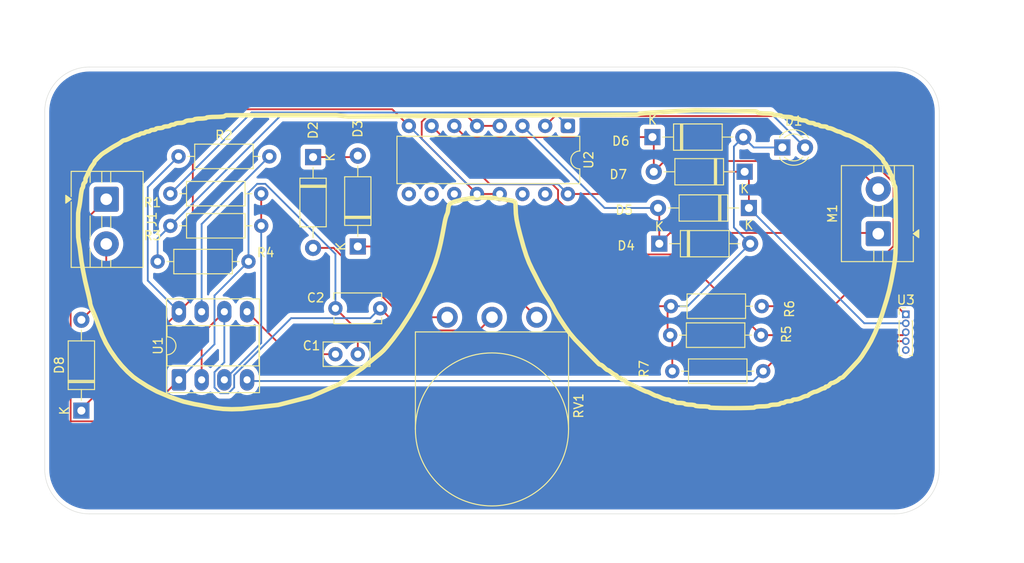
<source format=kicad_pcb>
(kicad_pcb (version 20241229) (generator "pcbnew") (generator_version "9.0")
  (layers (0 "F.Cu" signal) (2 "B.Cu" signal) (13 "F.Paste" user) (15 "B.Paste" user) (5 "F.SilkS" user "F.Silkscreen") (7 "B.SilkS" user "B.Silkscreen") (1 "F.Mask" user) (3 "B.Mask" user) (25 "Edge.Cuts" user))
  (net 0 "")
  (net 1 "Net-(U1-CV)")
  (net 2 "GND")
  (net 3 "Net-(U1-THR)")
  (net 4 "Net-(D1-A)")
  (net 5 "Net-(D2-A)")
  (net 6 "Net-(D2-K)")
  (net 7 "Net-(D3-K)")
  (net 8 "Net-(D4-K)")
  (net 9 "Net-(D6-K)")
  (net 10 "Net-(U1-Q)")
  (net 11 "Net-(U2-EN1,2)")
  (net 12 "Net-(U2-2A)")
  (net 13 "Net-(U2-1A)")
  (net 14 "Net-(U1-R)")
  (net 20 "+9V")
  (net 21 "VCC")
  (footprint "Capacitor_THT:C_Disc_D5.1mm_W3.2mm_P5.00mm" (layer "F.Cu") (at 67.5 72 180)
    (property "Reference" "C2" (at 7.21118 1.183229 0) (layer "F.SilkS"))
    (property "Value" "470p")
    (pad "1" thru_hole circle (at 0 0 180) (size 1.6 1.6) (drill 0.8) (layers "*.Cu" "*.Mask") (net 3 "Net-(U1-THR)"))
    (pad "2" thru_hole circle (at 5 0 180) (size 1.6 1.6) (drill 0.8) (layers "*.Cu" "*.Mask") (net 2 "GND"))
  )
  (footprint "Diode_THT:D_A-405_P10.16mm_Horizontal" (layer "F.Cu") (at 97.940739 52.838081)
    (property "Reference" "D6" (at -3.537034 0.450654 0) (layer "F.SilkS"))
    (property "Value" "4007")
    (fp_text user "K" (at 0 -1.9 0) (layer "F.SilkS"))
    (pad "1" thru_hole rect (at 0 0) (size 1.8 1.8) (drill 0.9) (layers "*.Cu" "*.Mask") (net 9 "Net-(D6-K)"))
    (pad "2" thru_hole oval (at 10.16 0) (size 1.8 1.8) (drill 0.9) (layers "*.Cu" "*.Mask") (net 2 "GND"))
  )
  (footprint "Package_DIP:DIP-8_W7.62mm_Socket_LongPads" (layer "F.Cu") (at 45 80 90)
    (property "Reference" "U1" (at 3.81 -2.33 90) (layer "F.SilkS"))
    (property "Value" "555")
    (pad "1" thru_hole roundrect (at 0 0 90) (size 2.4 1.6) (drill 0.8) (layers "*.Cu" "*.Mask") (roundrect_rratio 0.15625) (net 2 "GND"))
    (pad "2" thru_hole oval (at 0 2.54 90) (size 2.4 1.6) (drill 0.8) (layers "*.Cu" "*.Mask") (net 3 "Net-(U1-THR)"))
    (pad "3" thru_hole oval (at 0 5.08 90) (size 2.4 1.6) (drill 0.8) (layers "*.Cu" "*.Mask") (net 10 "Net-(U1-Q)"))
    (pad "4" thru_hole oval (at 0 7.62 90) (size 2.4 1.6) (drill 0.8) (layers "*.Cu" "*.Mask") (net 14 "Net-(U1-R)"))
    (pad "5" thru_hole oval (at 7.62 7.62 90) (size 2.4 1.6) (drill 0.8) (layers "*.Cu" "*.Mask") (net 1 "Net-(U1-CV)"))
    (pad "6" thru_hole oval (at 7.62 5.08 90) (size 2.4 1.6) (drill 0.8) (layers "*.Cu" "*.Mask") (net 3 "Net-(U1-THR)"))
    (pad "7" thru_hole oval (at 7.62 2.54 90) (size 2.4 1.6) (drill 0.8) (layers "*.Cu" "*.Mask") (net 6 "Net-(D2-K)"))
    (pad "8" thru_hole oval (at 7.62 0 90) (size 2.4 1.6) (drill 0.8) (layers "*.Cu" "*.Mask") (net 21 "VCC"))
  )
  (footprint "Diode_THT:D_A-405_P10.16mm_Horizontal" (layer "F.Cu") (at 108.247652 56.718072 180)
    (property "Reference" "D7" (at 14.12566 -0.299775 0) (layer "F.SilkS"))
    (property "Value" "4007")
    (fp_text user "K" (at 0 -1.9 0) (layer "F.SilkS"))
    (pad "1" thru_hole rect (at 0 0 180) (size 1.8 1.8) (drill 0.9) (layers "*.Cu" "*.Mask") (net 21 "VCC"))
    (pad "2" thru_hole oval (at 10.16 0 180) (size 1.8 1.8) (drill 0.9) (layers "*.Cu" "*.Mask") (net 9 "Net-(D6-K)"))
  )
  (footprint "Resistor_THT:R_Axial_DIN0207_L6.3mm_D2.5mm_P10.16mm_Horizontal" (layer "F.Cu") (at 99.92 75)
    (property "Reference" "R5" (at 13.001044 -0.096371 90) (layer "F.SilkS"))
    (property "Value" "470k")
    (pad "1" thru_hole circle (at 0 0) (size 1.6 1.6) (drill 0.8) (layers "*.Cu" "*.Mask") (net 2 "GND"))
    (pad "2" thru_hole oval (at 10.16 0) (size 1.6 1.6) (drill 0.8) (layers "*.Cu" "*.Mask") (net 12 "Net-(U2-2A)"))
  )
  (footprint "LED_THT:LED_D3.0mm_Clear" (layer "F.Cu") (at 112.46 54)
    (property "Reference" "D1" (at 1.27 -2.96 0) (layer "F.SilkS"))
    (property "Value" "LED")
    (pad "1" thru_hole rect (at 0 0) (size 1.8 1.8) (drill 0.9) (layers "*.Cu" "*.Mask") (net 2 "GND"))
    (pad "2" thru_hole circle (at 2.54 0) (size 1.8 1.8) (drill 0.9) (layers "*.Cu" "*.Mask") (net 4 "Net-(D1-A)"))
  )
  (footprint "Capacitor_THT:C_Disc_D5.0mm_W2.5mm_P2.50mm" (layer "F.Cu") (at 62.5 77.133326)
    (property "Reference" "C1" (at -2.673728 -0.951223 0) (layer "F.SilkS"))
    (property "Value" "100n")
    (pad "1" thru_hole circle (at 0 0) (size 1.6 1.6) (drill 0.8) (layers "*.Cu" "*.Mask") (net 1 "Net-(U1-CV)"))
    (pad "2" thru_hole circle (at 2.5 0) (size 1.6 1.6) (drill 0.8) (layers "*.Cu" "*.Mask") (net 2 "GND"))
  )
  (footprint "TerminalBlock:TerminalBlock_MaiXu_MX126-5.0-02P_1x02_P5.00mm" (layer "F.Cu") (at 123.185667 63.652775 90)
    (property "Reference" "M1" (at 2.25 -5.12 90) (layer "F.SilkS"))
    (property "Value" "Motorreductor")
    (pad "1" thru_hole roundrect (at 0 0 90) (size 2.8 2.8) (drill 1.3) (layers "*.Cu" "*.Mask") (roundrect_rratio 0.089286) (net 8 "Net-(D4-K)"))
    (pad "2" thru_hole circle (at 5 0 90) (size 2.8 2.8) (drill 1.3) (layers "*.Cu" "*.Mask") (net 9 "Net-(D6-K)"))
  )
  (footprint "Connector_PinHeader_1.00mm:PinHeader_1x05_P1.00mm_Vertical" (layer "F.Cu") (at 126.263446 72.673984)
    (property "Reference" "U3" (at 0 -1.61 0) (layer "F.SilkS"))
    (property "Value" "mst303")
    (pad "1" thru_hole rect (at 0 0) (size 0.85 0.85) (drill 0.5) (layers "*.Cu" "*.Mask") (net 13 "Net-(U2-1A)"))
    (pad "2" thru_hole circle (at 0 1) (size 0.85 0.85) (drill 0.5) (layers "*.Cu" "*.Mask") (net 21 "VCC"))
    (pad "3" thru_hole circle (at 0 2) (size 0.85 0.85) (drill 0.5) (layers "*.Cu" "*.Mask") (net 12 "Net-(U2-2A)"))
    (pad "4" thru_hole circle (at 0 3) (size 0.85 0.85) (drill 0.5) (layers "*.Cu" "*.Mask") (net 14 "Net-(U1-R)"))
    (pad "5" thru_hole circle (at 0 4) (size 0.85 0.85) (drill 0.5) (layers "*.Cu" "*.Mask") (net 21 "VCC"))
  )
  (footprint "Resistor_THT:R_Axial_DIN0207_L6.3mm_D2.5mm_P10.16mm_Horizontal" (layer "F.Cu") (at 42.619919 66.767498)
    (property "Reference" "R4" (at 12.08 -1 0) (layer "F.SilkS"))
    (property "Value" "100k")
    (pad "1" thru_hole circle (at 0 0) (size 1.6 1.6) (drill 0.8) (layers "*.Cu" "*.Mask") (net 11 "Net-(U2-EN1,2)"))
    (pad "2" thru_hole oval (at 10.16 0) (size 1.6 1.6) (drill 0.8) (layers "*.Cu" "*.Mask") (net 2 "GND"))
  )
  (footprint "Resistor_THT:R_Axial_DIN0207_L6.3mm_D2.5mm_P10.16mm_Horizontal" (layer "F.Cu") (at 44.956377 55)
    (property "Reference" "R2" (at 5.08 -2.37 0) (layer "F.SilkS"))
    (property "Value" "10k")
    (pad "1" thru_hole circle (at 0 0) (size 1.6 1.6) (drill 0.8) (layers "*.Cu" "*.Mask") (net 21 "VCC"))
    (pad "2" thru_hole oval (at 10.16 0) (size 1.6 1.6) (drill 0.8) (layers "*.Cu" "*.Mask") (net 6 "Net-(D2-K)"))
  )
  (footprint "Diode_THT:D_A-405_P10.16mm_Horizontal" (layer "F.Cu") (at 60 55.08 -90)
    (property "Reference" "D2" (at -3 0 90) (layer "F.SilkS"))
    (property "Value" "4007" (hide yes))
    (fp_text user "K" (at 0 -1.9 90) (layer "F.SilkS"))
    (pad "1" thru_hole rect (at 0 0 270) (size 1.8 1.8) (drill 0.9) (layers "*.Cu" "*.Mask") (net 6 "Net-(D2-K)"))
    (pad "2" thru_hole oval (at 10.16 0 270) (size 1.8 1.8) (drill 0.9) (layers "*.Cu" "*.Mask") (net 5 "Net-(D2-A)"))
  )
  (footprint "Package_DIP:DIP-16_W7.62mm" (layer "F.Cu") (at 88.487679 51.58666 -90)
    (property "Reference" "U2" (at 3.81 -2.33 90) (layer "F.SilkS"))
    (property "Value" "L293D")
    (pad "1" thru_hole roundrect (at 0 0 270) (size 1.6 1.6) (drill 0.8) (layers "*.Cu" "*.Mask") (roundrect_rratio 0.15625) (net 11 "Net-(U2-EN1,2)"))
    (pad "2" thru_hole circle (at 0 2.54 270) (size 1.6 1.6) (drill 0.8) (layers "*.Cu" "*.Mask") (net 13 "Net-(U2-1A)"))
    (pad "3" thru_hole circle (at 0 5.08 270) (size 1.6 1.6) (drill 0.8) (layers "*.Cu" "*.Mask") (net 8 "Net-(D4-K)"))
    (pad "4" thru_hole circle (at 0 7.62 270) (size 1.6 1.6) (drill 0.8) (layers "*.Cu" "*.Mask") (net 2 "GND"))
    (pad "5" thru_hole circle (at 0 10.16 270) (size 1.6 1.6) (drill 0.8) (layers "*.Cu" "*.Mask") (net 2 "GND"))
    (pad "6" thru_hole circle (at 0 12.7 270) (size 1.6 1.6) (drill 0.8) (layers "*.Cu" "*.Mask") (net 9 "Net-(D6-K)"))
    (pad "7" thru_hole circle (at 0 15.24 270) (size 1.6 1.6) (drill 0.8) (layers "*.Cu" "*.Mask") (net 12 "Net-(U2-2A)"))
    (pad "8" thru_hole circle (at 0 17.78 270) (size 1.6 1.6) (drill 0.8) (layers "*.Cu" "*.Mask") (net 21 "VCC"))
    (pad "9" thru_hole circle (at 7.62 17.78 270) (size 1.6 1.6) (drill 0.8) (layers "*.Cu" "*.Mask"))
    (pad "10" thru_hole circle (at 7.62 15.24 270) (size 1.6 1.6) (drill 0.8) (layers "*.Cu" "*.Mask"))
    (pad "11" thru_hole circle (at 7.62 12.7 270) (size 1.6 1.6) (drill 0.8) (layers "*.Cu" "*.Mask"))
    (pad "12" thru_hole circle (at 7.62 10.16 270) (size 1.6 1.6) (drill 0.8) (layers "*.Cu" "*.Mask") (net 2 "GND"))
    (pad "13" thru_hole circle (at 7.62 7.62 270) (size 1.6 1.6) (drill 0.8) (layers "*.Cu" "*.Mask") (net 2 "GND"))
    (pad "14" thru_hole circle (at 7.62 5.08 270) (size 1.6 1.6) (drill 0.8) (layers "*.Cu" "*.Mask"))
    (pad "15" thru_hole circle (at 7.62 2.54 270) (size 1.6 1.6) (drill 0.8) (layers "*.Cu" "*.Mask"))
    (pad "16" thru_hole circle (at 7.62 0 270) (size 1.6 1.6) (drill 0.8) (layers "*.Cu" "*.Mask") (net 21 "VCC"))
  )
  (footprint "Diode_THT:D_A-405_P10.16mm_Horizontal" (layer "F.Cu") (at 34.098243 83.445141 90)
    (property "Reference" "D8" (at 5.08 -2.47 90) (layer "F.SilkS"))
    (property "Value" "4007")
    (fp_text user "K" (at 0 -1.9 90) (layer "F.SilkS"))
    (pad "1" thru_hole rect (at 0 0 90) (size 1.8 1.8) (drill 0.9) (layers "*.Cu" "*.Mask") (net 21 "VCC"))
    (pad "2" thru_hole oval (at 10.16 0 90) (size 1.8 1.8) (drill 0.9) (layers "*.Cu" "*.Mask") (net 20 "+9V"))
  )
  (footprint "Diode_THT:D_A-405_P10.16mm_Horizontal" (layer "F.Cu") (at 98.704686 64.767418)
    (property "Reference" "D4" (at -3.704686 0.232582 0) (layer "F.SilkS"))
    (property "Value" "4007")
    (fp_text user "K" (at 0 -1.9 0) (layer "F.SilkS"))
    (pad "1" thru_hole rect (at 0 0) (size 1.8 1.8) (drill 0.9) (layers "*.Cu" "*.Mask") (net 8 "Net-(D4-K)"))
    (pad "2" thru_hole oval (at 10.16 0) (size 1.8 1.8) (drill 0.9) (layers "*.Cu" "*.Mask") (net 2 "GND"))
  )
  (footprint "Resistor_THT:R_Axial_DIN0207_L6.3mm_D2.5mm_P10.16mm_Horizontal" (layer "F.Cu") (at 100 71.760568)
    (property "Reference" "R6" (at 13.265488 0.30507 90) (layer "F.SilkS"))
    (property "Value" "470k")
    (pad "1" thru_hole circle (at 0 0) (size 1.6 1.6) (drill 0.8) (layers "*.Cu" "*.Mask") (net 2 "GND"))
    (pad "2" thru_hole oval (at 10.16 0) (size 1.6 1.6) (drill 0.8) (layers "*.Cu" "*.Mask") (net 13 "Net-(U2-1A)"))
  )
  (footprint "Resistor_THT:R_Axial_DIN0207_L6.3mm_D2.5mm_P10.16mm_Horizontal" (layer "F.Cu") (at 54.203208 59.171328 180)
    (property "Reference" "R1" (at 12.16 -1 0) (layer "F.SilkS"))
    (property "Value" "1k")
    (pad "1" thru_hole circle (at 0 0 180) (size 1.6 1.6) (drill 0.8) (layers "*.Cu" "*.Mask") (net 10 "Net-(U1-Q)"))
    (pad "2" thru_hole oval (at 10.16 0 180) (size 1.6 1.6) (drill 0.8) (layers "*.Cu" "*.Mask") (net 4 "Net-(D1-A)"))
  )
  (footprint "Resistor_THT:R_Axial_DIN0207_L6.3mm_D2.5mm_P10.16mm_Horizontal" (layer "F.Cu") (at 100.160018 79.032762)
    (property "Reference" "R7" (at -3.156105 -0.251262 90) (layer "F.SilkS"))
    (property "Value" "100k")
    (pad "1" thru_hole circle (at 0 0) (size 1.6 1.6) (drill 0.8) (layers "*.Cu" "*.Mask") (net 2 "GND"))
    (pad "2" thru_hole oval (at 10.16 0) (size 1.6 1.6) (drill 0.8) (layers "*.Cu" "*.Mask") (net 14 "Net-(U1-R)"))
  )
  (footprint "Diode_THT:D_A-405_P10.16mm_Horizontal" (layer "F.Cu") (at 108.724153 60.771384 180)
    (property "Reference" "D5" (at 13.944686 -0.232582 0) (layer "F.SilkS"))
    (property "Value" "4007")
    (fp_text user "K" (at 0 -1.9 0) (layer "F.SilkS"))
    (pad "1" thru_hole rect (at 0 0 180) (size 1.8 1.8) (drill 0.9) (layers "*.Cu" "*.Mask") (net 21 "VCC"))
    (pad "2" thru_hole oval (at 10.16 0 180) (size 1.8 1.8) (drill 0.9) (layers "*.Cu" "*.Mask") (net 8 "Net-(D4-K)"))
  )
  (footprint "TerminalBlock:TerminalBlock_MaiXu_MX126-5.0-02P_1x02_P5.00mm" (layer "F.Cu") (at 36.879044 59.794835 -90)
    (property "Reference" "J1" (at 2.25 -5.12 90) (layer "F.SilkS"))
    (property "Value" "Batería 9v")
    (pad "1" thru_hole roundrect (at 0 0 270) (size 2.8 2.8) (drill 1.3) (layers "*.Cu" "*.Mask") (roundrect_rratio 0.089286) (net 2 "GND"))
    (pad "2" thru_hole circle (at 5 0 270) (size 2.8 2.8) (drill 1.3) (layers "*.Cu" "*.Mask") (net 20 "+9V"))
  )
  (footprint "Resistor_THT:R_Axial_DIN0207_L6.3mm_D2.5mm_P10.16mm_Horizontal" (layer "F.Cu") (at 54.203208 62.767498 180)
    (property "Reference" "R3" (at 12.16 -1.1 0) (layer "F.SilkS"))
    (property "Value" "1k")
    (pad "1" thru_hole circle (at 0 0 180) (size 1.6 1.6) (drill 0.8) (layers "*.Cu" "*.Mask") (net 10 "Net-(U1-Q)"))
    (pad "2" thru_hole oval (at 10.16 0 180) (size 1.6 1.6) (drill 0.8) (layers "*.Cu" "*.Mask") (net 11 "Net-(U2-EN1,2)"))
  )
  (footprint "Potentiometer_THT:Potentiometer_Omeg_PC16BU_Vertical" (layer "F.Cu") (at 75 73 -90)
    (property "Reference" "RV1" (at 9.915 -14.7 270) (layer "F.SilkS"))
    (property "Value" "500k")
    (pad "1" thru_hole circle (at 0 0 270) (size 2.34 2.34) (drill 1.3) (layers "*.Cu" "*.Mask") (net 5 "Net-(D2-A)"))
    (pad "2" thru_hole circle (at 0 -5 270) (size 2.34 2.34) (drill 1.3) (layers "*.Cu" "*.Mask") (net 3 "Net-(U1-THR)"))
    (pad "3" thru_hole circle (at 0 -10 270) (size 2.34 2.34) (drill 1.3) (layers "*.Cu" "*.Mask") (net 7 "Net-(D3-K)"))
  )
  (footprint "Diode_THT:D_A-405_P10.16mm_Horizontal" (layer "F.Cu") (at 65 65.08 90)
    (property "Reference" "D3" (at 13.16 0 90) (layer "F.SilkS"))
    (property "Value" "4007")
    (fp_text user "K" (at 0 -1.9 90) (layer "F.SilkS"))
    (pad "1" thru_hole rect (at 0 0 90) (size 1.8 1.8) (drill 0.9) (layers "*.Cu" "*.Mask") (net 7 "Net-(D3-K)"))
    (pad "2" thru_hole oval (at 10.16 0 90) (size 1.8 1.8) (drill 0.9) (layers "*.Cu" "*.Mask") (net 6 "Net-(D2-K)"))
  )
  (gr_poly (pts (xy 106.00135 49.880467) (xy 109.519205 49.962749) (xy 109.778522 50.1116) (xy 109.828057 50.143986) (xy 110.037958 50.169173) (xy 110.29536 50.187165) (xy 110.591023 50.19316) (xy 110.887408 50.20012) (xy 111.146849 50.221588) (xy 111.356272 50.251694) (xy 111.412883 50.289836) (xy 111.460981 50.327381) (xy 111.579605 50.358084) (xy 111.729776 50.379435) (xy 111.896378 50.386511) (xy 112.06298 50.39359) (xy 112.213151 50.414939) (xy 112.33178 50.445644) (xy 112.379878 50.483187) (xy 112.431094 50.520968) (xy 112.574899 50.551554) (xy 112.756261 50.572905) (xy 112.959926 50.579862) (xy 113.16371 50.586941) (xy 113.345067 50.608287) (xy 113.488878 50.638756) (xy 113.540094 50.676535) (xy 113.586396 50.714081) (xy 113.692667 50.744905) (xy 113.827124 50.766256) (xy 113.975257 50.773333) (xy 114.123389 50.780412) (xy 114.257841 50.801639) (xy 114.364117 50.832466) (xy 114.410415 50.870008) (xy 114.454196 50.90731) (xy 114.546786 50.938256) (xy 114.663739 50.959608) (xy 114.790995 50.966684) (xy 114.922698 50.977361) (xy 115.052958 51.009264) (xy 115.163431 51.056042) (xy 115.232275 51.111699) (xy 115.30112 51.16735) (xy 115.411474 51.21413) (xy 115.541853 51.246034) (xy 115.67355 51.256708) (xy 115.800692 51.263904) (xy 115.917634 51.285136) (xy 116.010354 51.316079) (xy 116.05413 51.353384) (xy 116.093118 51.390566) (xy 116.164002 51.421754) (xy 116.251684 51.442983) (xy 116.34416 51.450179) (xy 116.436755 51.457255) (xy 116.524437 51.478484) (xy 116.595326 51.509672) (xy 116.634308 51.546854) (xy 116.68072 51.584278) (xy 116.788433 51.615102) (xy 116.924815 51.636453) (xy 117.075101 51.64353) (xy 117.221194 51.650489) (xy 117.344253 51.671957) (xy 117.432055 51.702782) (xy 117.456169 51.740205) (xy 117.473673 51.777266) (xy 117.526331 51.808453) (xy 117.60358 51.829804) (xy 117.694972 51.836881) (xy 117.810477 51.850193) (xy 117.964726 51.893733) (xy 118.128698 51.956225) (xy 118.278029 52.030229) (xy 118.420035 52.104358) (xy 118.562051 52.166847) (xy 118.686427 52.211827) (xy 118.761518 52.223702) (xy 118.836599 52.235575) (xy 118.960986 52.280436) (xy 119.103002 52.343047) (xy 119.245018 52.417051) (xy 119.385104 52.491058) (xy 119.521486 52.553669) (xy 119.638911 52.599367) (xy 119.702723 52.610402) (xy 119.928691 52.66222) (xy 120.759195 53.07123) (xy 121.5591 53.483598) (xy 121.838815 53.682705) (xy 121.922176 53.753352) (xy 122.008421 53.813203) (xy 122.086261 53.855784) (xy 122.137716 53.867421) (xy 122.295202 53.931471) (xy 122.990517 54.617554) (xy 123.677085 55.312509) (xy 123.741136 55.469757) (xy 123.753847 55.523011) (xy 123.797986 55.597617) (xy 123.860595 55.677979) (xy 123.934596 55.752946) (xy 124.008608 55.833072) (xy 124.071092 55.928904) (xy 124.114163 56.025458) (xy 124.127953 56.106302) (xy 124.135029 56.17455) (xy 124.156373 56.232362) (xy 124.187687 56.271106) (xy 124.224626 56.284782) (xy 124.261575 56.299412) (xy 124.292879 56.341513) (xy 124.314233 56.404124) (xy 124.321299 56.47813) (xy 124.3285 56.552137) (xy 124.349729 56.614748) (xy 124.381044 56.656846) (xy 124.417982 56.671482) (xy 124.45492 56.686117) (xy 124.486349 56.728334) (xy 124.507579 56.790945) (xy 124.514655 56.864952) (xy 124.521846 56.938956) (xy 124.543075 57.001451) (xy 124.574504 57.043668) (xy 124.611452 57.058303) (xy 124.648515 57.078212) (xy 124.679695 57.141783) (xy 124.701049 57.23366) (xy 124.708125 57.34269) (xy 124.715202 57.455918) (xy 124.736556 57.560988) (xy 124.767497 57.644829) (xy 124.804798 57.68681) (xy 124.841976 57.724952) (xy 124.873052 57.792601) (xy 124.894281 57.875961) (xy 124.901482 57.963283) (xy 124.910229 58.054921) (xy 124.936376 58.151236) (xy 124.974757 58.237595) (xy 125.020339 58.298886) (xy 125.084026 58.442822) (xy 125.114013 59.231816) (xy 125.134889 60.380525) (xy 125.141239 62.306711) (xy 125.136332 64.649466) (xy 125.109935 65.784738) (xy 125.048292 66.580451) (xy 124.928573 67.40435) (xy 124.636158 68.981379) (xy 124.413904 69.984715) (xy 124.129395 71.01216) (xy 123.598757 72.722448) (xy 123.256921 73.693878) (xy 122.82859 74.720477) (xy 122.374247 75.67032) (xy 121.956116 76.396701) (xy 121.787361 76.659737) (xy 121.615358 76.930093) (xy 121.463153 77.171428) (xy 121.364913 77.329989) (xy 121.023066 77.788176) (xy 120.163427 78.720146) (xy 119.224142 79.708131) (xy 119.053343 79.780934) (xy 118.997686 79.791134) (xy 118.931477 79.82304) (xy 118.865994 79.869218) (xy 118.811541 79.924029) (xy 118.667481 80.052972) (xy 118.415594 80.202775) (xy 118.155323 80.327997) (xy 117.994474 80.361102) (xy 117.943144 80.374305) (xy 117.876686 80.417957) (xy 117.807603 80.480446) (xy 117.746312 80.554453) (xy 117.680217 80.62846) (xy 117.59722 80.691074) (xy 117.51086 80.733895) (xy 117.434815 80.747929) (xy 117.368969 80.755) (xy 117.313312 80.776229) (xy 117.276011 80.807658) (xy 117.262812 80.844602) (xy 117.251897 80.881426) (xy 117.22107 80.912855) (xy 117.175021 80.934084) (xy 117.120682 80.94128) (xy 117.044388 80.953155) (xy 116.919181 80.998135) (xy 116.776563 81.060624) (xy 116.634308 81.134631) (xy 116.493133 81.208638) (xy 116.353752 81.271246) (xy 116.232732 81.316465) (xy 116.162803 81.328096) (xy 116.002199 81.359401) (xy 115.734 81.480307) (xy 115.47624 81.620284) (xy 115.373451 81.72092) (xy 115.338904 81.755701) (xy 115.279771 81.784842) (xy 115.207565 81.804758) (xy 115.132842 81.811477) (xy 115.038805 81.824187) (xy 114.901225 81.868332) (xy 114.749139 81.930821) (xy 114.603766 82.004828) (xy 114.447473 82.078949) (xy 114.262044 82.141443) (xy 114.077325 82.184384) (xy 113.923916 82.198293) (xy 113.795462 82.20525) (xy 113.687033 82.226723) (xy 113.610863 82.257664) (xy 113.588435 82.294971) (xy 113.564446 82.332392) (xy 113.47653 82.363219) (xy 113.353466 82.384692) (xy 113.207372 82.391644) (xy 113.057081 82.398726) (xy 112.9207 82.420074) (xy 112.813116 82.450901) (xy 112.766575 82.488322) (xy 112.727592 82.525505) (xy 112.656704 82.556684) (xy 112.569032 82.577914) (xy 112.476556 82.584995) (xy 112.38395 82.592191) (xy 112.296273 82.61342) (xy 112.225385 82.64461) (xy 112.186407 82.681793) (xy 112.135192 82.719572) (xy 111.991375 82.750036) (xy 111.810024 82.771389) (xy 111.606359 82.778461) (xy 111.402565 82.785423) (xy 111.221213 82.806771) (xy 111.077397 82.83736) (xy 111.026181 82.875144) (xy 110.969451 82.913281) (xy 110.760027 82.943387) (xy 110.500591 82.964741) (xy 110.204207 82.971812) (xy 109.907941 82.978774) (xy 109.648506 83.000242) (xy 109.439077 83.030353) (xy 109.382341 83.06849) (xy 109.307857 83.112396) (xy 108.672272 83.139498) (xy 107.87356 83.159165) (xy 106.814334 83.165163) (xy 105.737468 83.159409) (xy 104.957236 83.1401) (xy 104.348991 83.113589) (xy 104.306055 83.06849) (xy 104.273195 83.028548) (xy 104.089919 82.999049) (xy 103.844869 82.978416) (xy 103.538166 82.971812) (xy 103.239633 82.964741) (xy 102.978387 82.943387) (xy 102.767407 82.913281) (xy 102.710557 82.875144) (xy 102.659341 82.83736) (xy 102.51552 82.806771) (xy 102.334169 82.785423) (xy 102.130504 82.778461) (xy 101.926714 82.771389) (xy 101.745363 82.750036) (xy 101.601547 82.719572) (xy 101.550331 82.681793) (xy 101.500552 82.644009) (xy 101.369452 82.61342) (xy 101.203696 82.592077) (xy 101.0185 82.584995) (xy 100.833304 82.578038) (xy 100.667538 82.556684) (xy 100.536437 82.525982) (xy 100.486664 82.488322) (xy 100.447681 82.45114) (xy 100.376792 82.420074) (xy 100.289121 82.39884) (xy 100.196645 82.391644) (xy 100.104039 82.384448) (xy 100.016357 82.363219) (xy 99.945479 82.332159) (xy 99.906496 82.294971) (xy 99.86547 82.257664) (xy 99.786067 82.226723) (xy 99.686878 82.205375) (xy 99.580602 82.198293) (xy 99.448905 82.183902) (xy 99.266475 82.135804) (xy 99.069046 82.066959) (xy 98.885282 81.985513) (xy 98.715324 81.905628) (xy 98.559881 81.841339) (xy 98.429377 81.794802) (xy 98.3802 81.793365) (xy 98.331023 81.790725) (xy 98.198725 81.73651) (xy 98.041238 81.662504) (xy 97.869116 81.570987) (xy 97.69328 81.47791) (xy 97.524758 81.399343) (xy 97.380823 81.341289) (xy 97.307895 81.328096) (xy 97.223699 81.310701) (xy 96.939906 81.185961) (xy 96.605141 81.029797) (xy 96.232238 80.844602) (xy 95.860649 80.659287) (xy 95.530319 80.503123) (xy 95.249052 80.376453) (xy 95.176363 80.361102) (xy 95.127186 80.347795) (xy 95.065776 80.304252) (xy 95.003406 80.241757) (xy 94.949306 80.167756) (xy 94.888861 80.093749) (xy 94.807414 80.031141) (xy 94.718539 79.988563) (xy 94.636014 79.974286) (xy 94.562246 79.967209) (xy 94.5 79.945975) (xy 94.458019 79.914556) (xy 94.443389 79.877607) (xy 94.42851 79.840669) (xy 94.385693 79.809364) (xy 94.32212 79.78813) (xy 94.247034 79.780934) (xy 94.167876 79.770377) (xy 94.092307 79.739436) (xy 94.031738 79.693615) (xy 93.99635 79.639645) (xy 93.963007 79.581467) (xy 93.907355 79.523652) (xy 93.839585 79.474838) (xy 93.769417 79.443409) (xy 93.684495 79.406471) (xy 93.565991 79.334622) (xy 93.438128 79.245264) (xy 93.319141 79.149784) (xy 93.205203 79.058393) (xy 93.09281 78.981144) (xy 92.994576 78.924657) (xy 92.938561 78.910857) (xy 92.882909 78.894546) (xy 92.784436 78.825577) (xy 92.671805 78.731783) (xy 92.557981 78.620594) (xy 92.443907 78.50953) (xy 92.331162 78.415726) (xy 92.232211 78.347) (xy 92.176077 78.33057) (xy 91.980448 78.248885) (xy 90.559344 76.80403) (xy 89.274259 75.467734) (xy 88.670341 74.749867) (xy 88.153378 74.029121) (xy 87.624302 73.23305) (xy 87.168631 72.49923) (xy 86.925869 72.032643) (xy 86.818276 71.815546) (xy 86.634885 71.489896) (xy 86.419221 71.12766) (xy 86.199245 70.777907) (xy 85.96895 70.410514) (xy 85.721986 69.994308) (xy 85.495048 69.593453) (xy 85.330485 69.279201) (xy 85.168921 68.956186) (xy 84.950143 68.524629) (xy 84.715408 68.065004) (xy 84.499509 67.646038) (xy 84.145434 66.894584) (xy 83.837657 66.096832) (xy 83.523524 65.107171) (xy 83.141621 63.730092) (xy 82.896452 62.7553) (xy 82.750001 62.029039) (xy 82.672756 61.405925) (xy 82.646967 60.769743) (xy 82.628975 60.2547) (xy 82.53914 60.08042) (xy 82.331875 59.981351) (xy 81.491903 59.817265) (xy 80.227689 59.650181) (xy 78.896907 59.604962) (xy 77.616621 59.680048) (xy 76.507014 59.875557) (xy 75.723659 60.091097) (xy 75.349672 60.271977) (xy 75.168555 60.503465) (xy 75.104981 60.849026) (xy 75.094911 61.012629) (xy 75.064681 61.192907) (xy 75.020546 61.362269) (xy 74.967883 61.490728) (xy 74.908035 61.631183) (xy 74.839906 61.847205) (xy 74.775378 62.091892) (xy 74.724639 62.332018) (xy 74.450324 63.79378) (xy 74.267411 64.688687) (xy 74.098651 65.398876) (xy 73.889347 66.165562) (xy 73.640464 66.950718) (xy 73.356551 67.703967) (xy 72.957737 68.627185) (xy 72.315558 70.01506) (xy 71.646385 71.315139) (xy 70.775109 72.789134) (xy 69.833666 74.229906) (xy 68.948115 75.429831) (xy 68.268751 76.274964) (xy 67.891643 76.701121) (xy 67.520778 77.048966) (xy 66.926929 77.534613) (xy 66.587848 77.806049) (xy 66.201267 78.121743) (xy 65.828002 78.431559) (xy 65.532458 78.682482) (xy 62.900635 80.5) (xy 59.730865 81.886199) (xy 56.088392 82.814569) (xy 52.043865 83.262801) (xy 50.900437 83.291947) (xy 49.931765 83.256679) (xy 49.018749 83.150294) (xy 48.048517 82.963423) (xy 47.818943 82.914842) (xy 47.487536 82.851274) (xy 47.121947 82.785065) (xy 46.774107 82.725813) (xy 45.522609 82.435306) (xy 44.012507 81.920865) (xy 42.550504 81.306867) (xy 41.453672 80.705226) (xy 41.159221 80.516435) (xy 40.872193 80.333517) (xy 40.625779 80.177354) (xy 40.489139 80.092188) (xy 39.895451 79.667343) (xy 39.241765 79.079264) (xy 38.584003 78.385739) (xy 37.97538 77.637771) (xy 37.349306 76.744903) (xy 36.847374 75.891857) (xy 36.417997 74.983519) (xy 36.01135 73.922248) (xy 35.861047 73.505082) (xy 35.686264 73.047252) (xy 35.514276 72.617853) (xy 35.375297 72.295684) (xy 35.26009 72.025686) (xy 35.162778 71.763007) (xy 35.091783 71.537273) (xy 35.07438 71.41397) (xy 35.060862 71.274953) (xy 34.988824 70.92328) (xy 34.894667 70.504552) (xy 34.783131 70.049482) (xy 34.526365 68.966505) (xy 34.30171 67.865412) (xy 34.122705 66.819379) (xy 34.004571 65.905644) (xy 33.962759 65.542692) (xy 33.912142 65.171943) (xy 33.860482 64.843175) (xy 33.817278 64.630032) (xy 33.739434 64.030913) (xy 33.723326 62.693652) (xy 33.73905 61.347275) (xy 33.819137 60.828637) (xy 33.863241 60.641164) (xy 33.916976 60.321268) (xy 33.969835 59.950882) (xy 34.013951 59.575691) (xy 34.057803 59.21814) (xy 34.110003 58.901367) (xy 34.163882 58.640966) (xy 34.205586 58.565284) (xy 34.242157 58.513824) (xy 34.272863 58.436103) (xy 34.293818 58.346984) (xy 34.300846 58.259426) (xy 34.311845 58.169705) (xy 34.344734 58.07435) (xy 34.393059 57.987752) (xy 34.450285 57.924899) (xy 34.503768 57.867928) (xy 34.541455 57.799796) (xy 34.558415 57.73131) (xy 34.55081 57.673378) (xy 34.555956 57.500898) (xy 34.864429 56.84288) (xy 35.184225 56.21905) (xy 35.406986 55.904435) (xy 35.464727 55.833787) (xy 35.513533 55.759303) (xy 35.548016 55.691416) (xy 35.55784 55.644636) (xy 35.606898 55.521816) (xy 35.976937 55.142548) (xy 36.349941 54.787873) (xy 36.59753 54.606639) (xy 36.697887 54.545587) (xy 36.856251 54.444112) (xy 37.035424 54.326928) (xy 37.211957 54.208902) (xy 37.404253 54.083557) (xy 37.631835 53.944185) (xy 37.858014 53.812244) (xy 38.044852 53.710891) (xy 38.21245 53.618895) (xy 38.378549 53.516583) (xy 38.521283 53.418947) (xy 38.607739 53.345299) (xy 38.679969 53.286169) (xy 38.768932 53.236032) (xy 38.86027 53.201726) (xy 38.939157 53.190575) (xy 39.039346 53.174139) (xy 39.225909 53.105411) (xy 39.443189 53.011618) (xy 39.667256 52.900548) (xy 39.891433 52.789481) (xy 40.108964 52.695682) (xy 40.295849 52.626954) (xy 40.396566 52.610402) (xy 40.469036 52.603326) (xy 40.539731 52.581974) (xy 40.598469 52.55079) (xy 40.634188 52.513727) (xy 40.67317 52.476544) (xy 40.744045 52.445479) (xy 40.831713 52.424249) (xy 40.924263 52.417051) (xy 41.016799 52.409855) (xy 41.104478 52.388626) (xy 41.175353 52.35756) (xy 41.214335 52.320378) (xy 41.25333 52.283196) (xy 41.324193 52.252127) (xy 41.411873 52.230776) (xy 41.504409 52.223702) (xy 41.596946 52.216504) (xy 41.684626 52.195275) (xy 41.755513 52.164087) (xy 41.794494 52.127027) (xy 41.836476 52.089723) (xy 41.920197 52.058657) (xy 42.025387 52.037428) (xy 42.138615 52.030229) (xy 42.247525 52.023275) (xy 42.339402 52.001924) (xy 42.402973 51.970739) (xy 42.423004 51.933556) (xy 42.447112 51.89613) (xy 42.534912 51.865306) (xy 42.657975 51.843955) (xy 42.804067 51.836881) (xy 42.954357 51.829804) (xy 43.090734 51.808453) (xy 43.198444 51.777746) (xy 43.244863 51.740205) (xy 43.289002 51.702782) (xy 43.383159 51.671957) (xy 43.502023 51.650606) (xy 43.631683 51.64353) (xy 43.761223 51.636453) (xy 43.880208 51.615102) (xy 43.974365 51.584158) (xy 44.018384 51.546854) (xy 44.057367 51.509672) (xy 44.128254 51.478484) (xy 44.215933 51.457255) (xy 44.30853 51.450179) (xy 44.401007 51.442983) (xy 44.488687 51.421754) (xy 44.559574 51.390566) (xy 44.598555 51.353384) (xy 44.647133 51.315843) (xy 44.768996 51.285136) (xy 44.923126 51.263787) (xy 45.094645 51.256708) (xy 45.280559 51.246636) (xy 45.450161 51.216527) (xy 45.588457 51.170468) (xy 45.676016 51.111699) (xy 45.762257 51.053643) (xy 45.898993 51.007464) (xy 46.064877 50.976876) (xy 46.243594 50.966684) (xy 46.409717 50.959608) (xy 46.559527 50.938256) (xy 46.677671 50.907551) (xy 46.725769 50.870008) (xy 46.779626 50.831986) (xy 46.949226 50.801639) (xy 47.161889 50.78029) (xy 47.402616 50.773333) (xy 47.643346 50.766256) (xy 47.856006 50.744905) (xy 48.025727 50.714561) (xy 48.079463 50.676535) (xy 48.139437 50.637794) (xy 48.399835 50.608051) (xy 48.720806 50.586819) (xy 49.094793 50.579862) (xy 49.468659 50.573027) (xy 49.789631 50.551798) (xy 50.05003 50.522047) (xy 50.110002 50.483187) (xy 50.265451 50.396467) (xy 56.545262 50.38807) (xy 62.583263 50.386395) (xy 63.308567 50.468673) (xy 63.916446 50.535362) (xy 79.984082 50.427294) (xy 96.217006 50.316224) (xy 96.471763 50.242817) (xy 96.560161 50.212952) (xy 97.052179 50.166893) (xy 97.629109 50.121076) (xy 98.292643 50.079816) (xy 99.007869 50.038672) (xy 99.742172 49.993692) (xy 100.396232 49.951115) (xy 100.825149 49.919808) (xy 102.786239 49.843643)) (stroke (width 0.5)) (fill no) (layer "F.SilkS"))
  (gr_arc (start 130 90) (mid 128.535534 93.535534) (end 125 95) (stroke (width 0.05)) (layer "Edge.Cuts"))
  (gr_arc (start 30 50) (mid 31.464466 46.464466) (end 35 45) (stroke (width 0.05)) (layer "Edge.Cuts"))
  (gr_arc (start 125 45) (mid 128.535534 46.464466) (end 130 50) (stroke (width 0.05)) (layer "Edge.Cuts"))
  (gr_line (start 30 90) (end 30 50) (stroke (width 0.05)) (layer "Edge.Cuts"))
  (gr_line (start 130 50) (end 130 90) (stroke (width 0.05)) (layer "Edge.Cuts"))
  (gr_arc (start 35 95) (mid 31.464466 93.535534) (end 30 90) (stroke (width 0.05)) (layer "Edge.Cuts"))
  (gr_line (start 35 45) (end 125 45) (stroke (width 0.05)) (layer "Edge.Cuts"))
  (gr_line (start 125 95) (end 35 95) (stroke (width 0.05)) (layer "Edge.Cuts"))
  (segment (start 57.373326 77.133326) (end 52.62 72.38) (width 0.2) (layer "F.Cu") (net 1))
  (segment (start 62.5 77.133326) (end 57.373326 77.133326) (width 0.2) (layer "F.Cu") (net 1))
  (segment (start 99.631131 72.129437) (end 99.631131 74.711131) (width 0.2) (layer "F.Cu") (net 2))
  (segment (start 99.631131 74.711131) (end 99.92 75) (width 0.2) (layer "F.Cu") (net 2))
  (segment (start 32.897243 84.646141) (end 40.353859 84.646141) (width 0.2) (layer "F.Cu") (net 2))
  (segment (start 32.897243 63.776636) (end 32.897243 84.646141) (width 0.2) (layer "F.Cu") (net 2))
  (segment (start 72.791629 50.48566) (end 72.146679 51.13061) (width 0.2) (layer "F.Cu") (net 2))
  (segment (start 93.421587 71.760568) (end 80.867679 59.20666) (width 0.2) (layer "F.Cu") (net 2))
  (segment (start 77.226679 50.48566) (end 72.791629 50.48566) (width 0.2) (layer "F.Cu") (net 2))
  (segment (start 100 71.760568) (end 93.421587 71.760568) (width 0.2) (layer "F.Cu") (net 2))
  (segment (start 100.160018 79.032762) (end 100.160018 75.240018) (width 0.2) (layer "F.Cu") (net 2))
  (segment (start 100.160018 75.240018) (end 99.92 75) (width 0.2) (layer "F.Cu") (net 2))
  (segment (start 78.327679 51.58666) (end 80.867679 51.58666) (width 0.2) (layer "F.Cu") (net 2))
  (segment (start 72.146679 51.13061) (end 72.146679 53.02566) (width 0.2) (layer "F.Cu") (net 2))
  (segment (start 100 71.760568) (end 99.631131 72.129437) (width 0.2) (layer "F.Cu") (net 2))
  (segment (start 72.146679 53.02566) (end 78.327679 59.20666) (width 0.2) (layer "F.Cu") (net 2))
  (segment (start 65 74.5) (end 62.5 72) (width 0.2) (layer "F.Cu") (net 2))
  (segment (start 78.327679 51.58666) (end 77.226679 50.48566) (width 0.2) (layer "F.Cu") (net 2))
  (segment (start 78.327679 59.20666) (end 80.867679 59.20666) (width 0.2) (layer "F.Cu") (net 2))
  (segment (start 36.879044 59.794835) (end 32.897243 63.776636) (width 0.2) (layer "F.Cu") (net 2))
  (segment (start 65 77.133326) (end 65 74.5) (width 0.2) (layer "F.Cu") (net 2))
  (segment (start 40.353859 84.646141) (end 45 80) (width 0.2) (layer "F.Cu") (net 2))
  (segment (start 52.779919 59.037567) (end 53.747158 58.070328) (width 0.2) (layer "B.Cu") (net 2))
  (segment (start 109.262658 54) (end 108.100739 52.838081) (width 0.2) (layer "B.Cu") (net 2))
  (segment (start 48.979 70.568417) (end 48.979 76.021) (width 0.2) (layer "B.Cu") (net 2))
  (segment (start 107.046652 53.892168) (end 107.046652 62.949384) (width 0.2) (layer "B.Cu") (net 2))
  (segment (start 53.747158 58.070328) (end 54.659258 58.070328) (width 0.2) (layer "B.Cu") (net 2))
  (segment (start 48.979 76.021) (end 45 80) (width 0.2) (layer "B.Cu") (net 2))
  (segment (start 100 71.760568) (end 101.871536 71.760568) (width 0.2) (layer "B.Cu") (net 2))
  (segment (start 52.779919 66.767498) (end 52.779919 59.037567) (width 0.2) (layer "B.Cu") (net 2))
  (segment (start 112.46 54) (end 109.262658 54) (width 0.2) (layer "B.Cu") (net 2))
  (segment (start 108.100739 52.838081) (end 107.046652 53.892168) (width 0.2) (layer "B.Cu") (net 2))
  (segment (start 101.871536 71.760568) (end 108.864686 64.767418) (width 0.2) (layer "B.Cu") (net 2))
  (segment (start 52.779919 66.767498) (end 48.979 70.568417) (width 0.2) (layer "B.Cu") (net 2))
  (segment (start 107.046652 62.949384) (end 108.864686 64.767418) (width 0.2) (layer "B.Cu") (net 2))
  (segment (start 54.659258 58.070328) (end 62.5 65.91107) (width 0.2) (layer "B.Cu") (net 2))
  (segment (start 62.5 65.91107) (end 62.5 72) (width 0.2) (layer "B.Cu") (net 2))
  (segment (start 47.54 80) (end 47.54 74.92) (width 0.2) (layer "F.Cu") (net 3))
  (segment (start 67.5 72) (end 69.971 74.471) (width 0.2) (layer "F.Cu") (net 3))
  (segment (start 78.529 74.471) (end 80 73) (width 0.2) (layer "F.Cu") (net 3))
  (segment (start 47.54 74.92) (end 50.08 72.38) (width 0.2) (layer "F.Cu") (net 3))
  (segment (start 69.971 74.471) (end 78.529 74.471) (width 0.2) (layer "F.Cu") (net 3))
  (segment (start 51.181 79.4661) (end 51.181 80.856049) (width 0.2) (layer "B.Cu") (net 3))
  (segment (start 51.181 80.856049) (end 50.536049 81.501) (width 0.2) (layer "B.Cu") (net 3))
  (segment (start 50.536049 81.501) (end 49.623951 81.501) (width 0.2) (layer "B.Cu") (net 3))
  (segment (start 57.5461 73.101) (end 51.181 79.4661) (width 0.2) (layer "B.Cu") (net 3))
  (segment (start 66.399 73.101) (end 57.5461 73.101) (width 0.2) (layer "B.Cu") (net 3))
  (segment (start 48.979 80.856049) (end 48.979 79.143951) (width 0.2) (layer "B.Cu") (net 3))
  (segment (start 67.5 72) (end 66.399 73.101) (width 0.2) (layer "B.Cu") (net 3))
  (segment (start 48.979 79.143951) (end 50.08 78.042951) (width 0.2) (layer "B.Cu") (net 3))
  (segment (start 50.08 78.042951) (end 50.08 72.38) (width 0.2) (layer "B.Cu") (net 3))
  (segment (start 49.623951 81.501) (end 48.979 80.856049) (width 0.2) (layer "B.Cu") (net 3))
  (segment (start 115 54) (end 111.08466 50.08466) (width 0.2) (layer "B.Cu") (net 4))
  (segment (start 53.129876 50.08466) (end 44.043208 59.171328) (width 0.2) (layer "B.Cu") (net 4))
  (segment (start 111.08466 50.08466) (end 53.129876 50.08466) (width 0.2) (layer "B.Cu") (net 4))
  (segment (start 60 65.24) (end 62.29705 65.24) (width 0.2) (layer "F.Cu") (net 5))
  (segment (start 70.05705 73) (end 75 73) (width 0.2) (layer "F.Cu") (net 5))
  (segment (start 62.29705 65.24) (end 70.05705 73) (width 0.2) (layer "F.Cu") (net 5))
  (segment (start 60 55.08) (end 64.84 55.08) (width 0.2) (layer "F.Cu") (net 6))
  (segment (start 64.84 55.08) (end 65 54.92) (width 0.2) (layer "F.Cu") (net 6))
  (segment (start 47.54 62.576377) (end 47.54 72.38) (width 0.2) (layer "B.Cu") (net 6))
  (segment (start 55.116377 55) (end 47.54 62.576377) (width 0.2) (layer "B.Cu") (net 6))
  (segment (start 77.08 65.08) (end 85 73) (width 0.2) (layer "F.Cu") (net 7))
  (segment (start 65 65.08) (end 77.08 65.08) (width 0.2) (layer "F.Cu") (net 7))
  (segment (start 123.185667 63.652775) (end 123.09931 63.566418) (width 0.2) (layer "F.Cu") (net 8))
  (segment (start 98.704686 60.911917) (end 98.564153 60.771384) (width 0.2) (layer "F.Cu") (net 8))
  (segment (start 99.905686 63.566418) (end 98.704686 64.767418) (width 0.2) (layer "F.Cu") (net 8))
  (segment (start 123.09931 63.566418) (end 99.905686 63.566418) (width 0.2) (layer "F.Cu") (net 8))
  (segment (start 98.704686 64.767418) (end 98.704686 60.911917) (width 0.2) (layer "F.Cu") (net 8))
  (segment (start 92.592403 60.771384) (end 98.564153 60.771384) (width 0.2) (layer "B.Cu") (net 8))
  (segment (start 83.407679 51.58666) (end 92.592403 60.771384) (width 0.2) (layer "B.Cu") (net 8))
  (segment (start 77.0391 52.838081) (end 75.787679 51.58666) (width 0.2) (layer "F.Cu") (net 9))
  (segment (start 97.940739 52.838081) (end 77.0391 52.838081) (width 0.2) (layer "F.Cu") (net 9))
  (segment (start 98.087652 52.984994) (end 97.940739 52.838081) (width 0.2) (layer "F.Cu") (net 9))
  (segment (start 123.185667 58.652775) (end 120.049964 55.517072) (width 0.2) (layer "F.Cu") (net 9))
  (segment (start 120.049964 55.517072) (end 99.288652 55.517072) (width 0.2) (layer "F.Cu") (net 9))
  (segment (start 98.087652 56.718072) (end 98.087652 52.984994) (width 0.2) (layer "F.Cu") (net 9))
  (segment (start 99.288652 55.517072) (end 98.087652 56.718072) (width 0.2) (layer "F.Cu") (net 9))
  (segment (start 54.203208 62.767498) (end 54.203208 59.171328) (width 0.2) (layer "F.Cu") (net 10))
  (segment (start 54.203208 75.876792) (end 54.203208 62.767498) (width 0.2) (layer "B.Cu") (net 10))
  (segment (start 50.08 80) (end 54.203208 75.876792) (width 0.2) (layer "B.Cu") (net 10))
  (segment (start 56.325046 50.48566) (end 44.043208 62.767498) (width 0.2) (layer "B.Cu") (net 11))
  (segment (start 42.619919 66.767498) (end 42.619919 64.190787) (width 0.2) (layer "B.Cu") (net 11))
  (segment (start 87.386679 50.48566) (end 56.325046 50.48566) (width 0.2) (layer "B.Cu") (net 11))
  (segment (start 88.487679 51.58666) (end 87.386679 50.48566) (width 0.2) (layer "B.Cu") (net 11))
  (segment (start 42.619919 64.190787) (end 44.043208 62.767498) (width 0.2) (layer "B.Cu") (net 11))
  (segment (start 87.386679 59.886679) (end 93.468418 65.968418) (width 0.2) (layer "F.Cu") (net 12))
  (segment (start 125.93743 75) (end 126.263446 74.673984) (width 0.2) (layer "F.Cu") (net 12))
  (segment (start 87.386679 58.75061) (end 87.386679 59.886679) (width 0.2) (layer "F.Cu") (net 12))
  (segment (start 93.468418 65.968418) (end 101.048418 65.968418) (width 0.2) (layer "F.Cu") (net 12))
  (segment (start 86.741729 58.10566) (end 87.386679 58.75061) (width 0.2) (layer "F.Cu") (net 12))
  (segment (start 101.048418 65.968418) (end 110.08 75) (width 0.2) (layer "F.Cu") (net 12))
  (segment (start 110.08 75) (end 125.93743 75) (width 0.2) (layer "F.Cu") (net 12))
  (segment (start 73.247679 51.58666) (end 79.766679 58.10566) (width 0.2) (layer "F.Cu") (net 12))
  (segment (start 79.766679 58.10566) (end 86.741729 58.10566) (width 0.2) (layer "F.Cu") (net 12))
  (segment (start 87.048679 50.48566) (end 117.42413 50.48566) (width 0.2) (layer "F.Cu") (net 13))
  (segment (start 124.886667 57.948197) (end 124.886667 65.037935) (width 0.2) (layer "F.Cu") (net 13))
  (segment (start 124.886667 65.037935) (end 121.712301 68.212301) (width 0.2) (layer "F.Cu") (net 13))
  (segment (start 85.947679 51.58666) (end 87.048679 50.48566) (width 0.2) (layer "F.Cu") (net 13))
  (segment (start 121.712301 68.212301) (end 118.164034 71.760568) (width 0.2) (layer "F.Cu") (net 13))
  (segment (start 117.42413 50.48566) (end 124.886667 57.948197) (width 0.2) (layer "F.Cu") (net 13))
  (segment (start 126.263446 72.673984) (end 126.173984 72.673984) (width 0.2) (layer "F.Cu") (net 13))
  (segment (start 118.164034 71.760568) (end 110.16 71.760568) (width 0.2) (layer "F.Cu") (net 13))
  (segment (start 126.173984 72.673984) (end 121.712301 68.212301) (width 0.2) (layer "F.Cu") (net 13))
  (segment (start 110.320018 79.032762) (end 113.678796 75.673984) (width 0.2) (layer "F.Cu") (net 14))
  (segment (start 113.678796 75.673984) (end 126.263446 75.673984) (width 0.2) (layer "F.Cu") (net 14))
  (segment (start 52.753762 80.133762) (end 109.219018 80.133762) (width 0.2) (layer "B.Cu") (net 14))
  (segment (start 52.62 80) (end 52.753762 80.133762) (width 0.2) (layer "B.Cu") (net 14))
  (segment (start 109.219018 80.133762) (end 110.320018 79.032762) (width 0.2) (layer "B.Cu") (net 14))
  (segment (start 36.879044 70.50434) (end 34.098243 73.285141) (width 0.2) (layer "F.Cu") (net 20))
  (segment (start 36.879044 64.794835) (end 36.879044 70.50434) (width 0.2) (layer "F.Cu") (net 20))
  (segment (start 46.553168 70.826832) (end 45 72.38) (width 0.2) (layer "F.Cu") (net 21))
  (segment (start 108.087652 56.558072) (end 108.247652 56.718072) (width 0.2) (layer "F.Cu") (net 21))
  (segment (start 46.854169 49.727672) (end 45.753169 50.828672) (width 0.2) (layer "F.Cu") (net 21))
  (segment (start 46.553168 51.628671) (end 46.553168 70.826832) (width 0.2) (layer "F.Cu") (net 21))
  (segment (start 68.848691 49.727672) (end 46.854169 49.727672) (width 0.2) (layer "F.Cu") (net 21))
  (segment (start 34.098243 83.281757) (end 45 72.38) (width 0.2) (layer "F.Cu") (net 21))
  (segment (start 108.724153 57.194573) (end 108.247652 56.718072) (width 0.2) (layer "F.Cu") (net 21))
  (segment (start 88.487679 59.20666) (end 99.20666 59.20666) (width 0.2) (layer "F.Cu") (net 21))
  (segment (start 101.695248 56.718072) (end 108.247652 56.718072) (width 0.2) (layer "F.Cu") (net 21))
  (segment (start 45.753169 50.828672) (end 46.553168 51.628671) (width 0.2) (layer "F.Cu") (net 21))
  (segment (start 34.098243 83.445141) (end 34.098243 83.281757) (width 0.2) (layer "F.Cu") (net 21))
  (segment (start 108.724153 60.771384) (end 108.724153 57.194573) (width 0.2) (layer "F.Cu") (net 21))
  (segment (start 70.707679 51.58666) (end 68.848691 49.727672) (width 0.2) (layer "F.Cu") (net 21))
  (segment (start 99.20666 59.20666) (end 101.695248 56.718072) (width 0.2) (layer "F.Cu") (net 21))
  (segment (start 121.626753 73.673984) (end 126.263446 73.673984) (width 0.2) (layer "B.Cu") (net 21))
  (segment (start 77.226679 58.10566) (end 87.386679 58.10566) (width 0.2) (layer "B.Cu") (net 21))
  (segment (start 41.518919 68.898919) (end 45 72.38) (width 0.2) (layer "B.Cu") (net 21))
  (segment (start 41.518919 58.437458) (end 41.518919 68.898919) (width 0.2) (layer "B.Cu") (net 21))
  (segment (start 87.386679 58.10566) (end 88.487679 59.20666) (width 0.2) (layer "B.Cu") (net 21))
  (segment (start 70.707679 51.58666) (end 77.226679 58.10566) (width 0.2) (layer "B.Cu") (net 21))
  (segment (start 108.724153 60.771384) (end 121.626753 73.673984) (width 0.2) (layer "B.Cu") (net 21))
  (segment (start 44.956377 55) (end 41.518919 58.437458) (width 0.2) (layer "B.Cu") (net 21))
  (zone (net 0) (net_name "") (layer "B.Cu") (connect_pads (clearance 0.5)) (min_thickness 0.25) (fill yes (thermal_gap 0.5) (thermal_bridge_width 0.5) (island_removal_mode 1) (island_area_min 10))
    (polygon (pts (xy 25 37.5) (xy 27 100.5) (xy 139.5 100.5) (xy 139.5 39)))
  )
)
</source>
